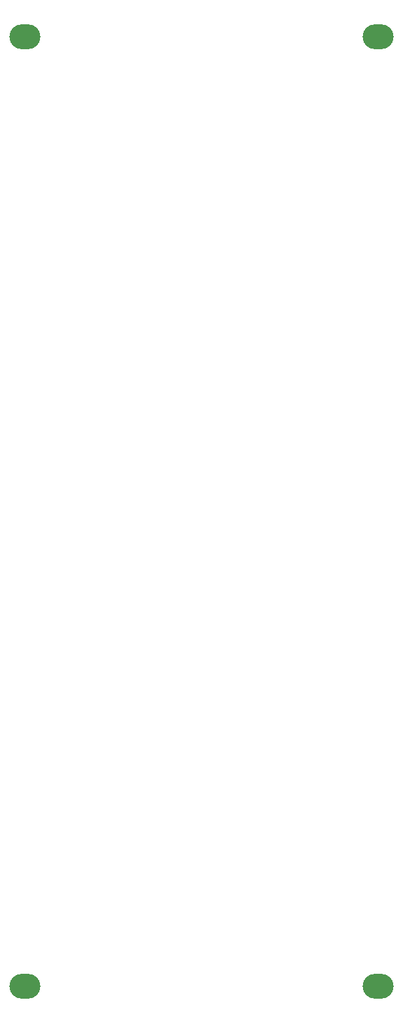
<source format=gbs>
G04 #@! TF.GenerationSoftware,KiCad,Pcbnew,(6.0.0-0)*
G04 #@! TF.CreationDate,2022-05-01T23:03:33-03:00*
G04 #@! TF.ProjectId,3lw_frontpanel_circuit,336c775f-6672-46f6-9e74-70616e656c5f,rev?*
G04 #@! TF.SameCoordinates,Original*
G04 #@! TF.FileFunction,Soldermask,Bot*
G04 #@! TF.FilePolarity,Negative*
%FSLAX46Y46*%
G04 Gerber Fmt 4.6, Leading zero omitted, Abs format (unit mm)*
G04 Created by KiCad (PCBNEW (6.0.0-0)) date 2022-05-01 23:03:33*
%MOMM*%
%LPD*%
G01*
G04 APERTURE LIST*
G04 Aperture macros list*
%AMRoundRect*
0 Rectangle with rounded corners*
0 $1 Rounding radius*
0 $2 $3 $4 $5 $6 $7 $8 $9 X,Y pos of 4 corners*
0 Add a 4 corners polygon primitive as box body*
4,1,4,$2,$3,$4,$5,$6,$7,$8,$9,$2,$3,0*
0 Add four circle primitives for the rounded corners*
1,1,$1+$1,$2,$3*
1,1,$1+$1,$4,$5*
1,1,$1+$1,$6,$7*
1,1,$1+$1,$8,$9*
0 Add four rect primitives between the rounded corners*
20,1,$1+$1,$2,$3,$4,$5,0*
20,1,$1+$1,$4,$5,$6,$7,0*
20,1,$1+$1,$6,$7,$8,$9,0*
20,1,$1+$1,$8,$9,$2,$3,0*%
G04 Aperture macros list end*
%ADD10RoundRect,1.600000X0.400000X0.000000X-0.400000X0.000000X-0.400000X0.000000X0.400000X0.000000X0*%
%ADD11RoundRect,1.600000X-0.400000X0.000000X0.400000X0.000000X0.400000X0.000000X-0.400000X0.000000X0*%
G04 APERTURE END LIST*
D10*
X73088156Y-22982000D03*
D11*
X27498156Y-145462000D03*
D10*
X73088156Y-145472000D03*
D11*
X27508156Y-23002000D03*
M02*

</source>
